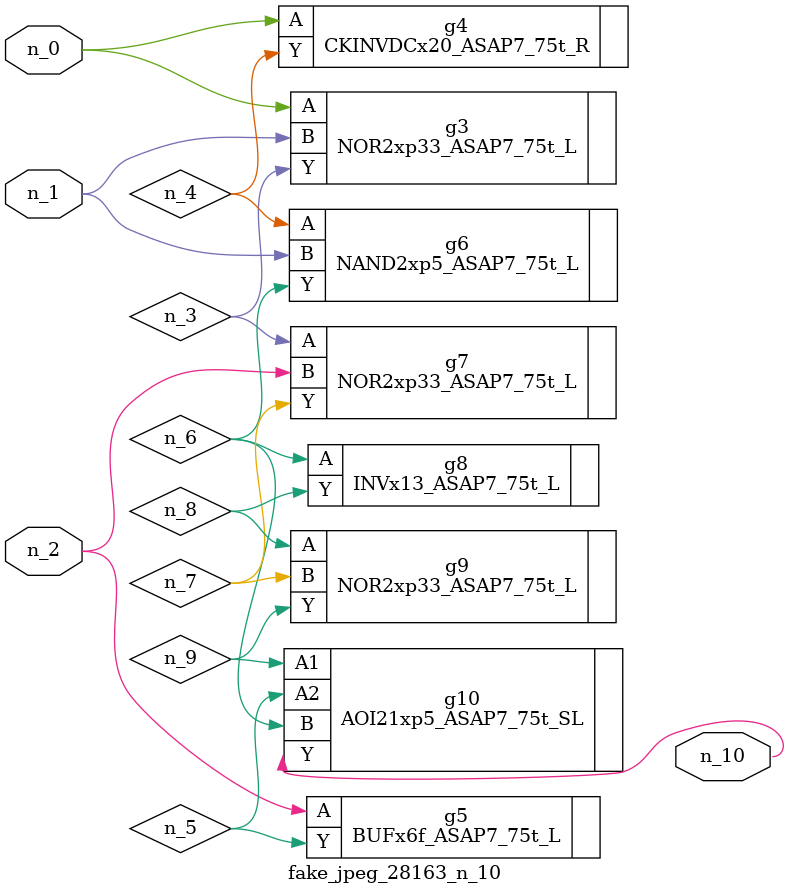
<source format=v>
module fake_jpeg_28163_n_10 (n_0, n_2, n_1, n_10);

input n_0;
input n_2;
input n_1;

output n_10;

wire n_3;
wire n_4;
wire n_8;
wire n_9;
wire n_6;
wire n_5;
wire n_7;

NOR2xp33_ASAP7_75t_L g3 ( 
.A(n_0),
.B(n_1),
.Y(n_3)
);

CKINVDCx20_ASAP7_75t_R g4 ( 
.A(n_0),
.Y(n_4)
);

BUFx6f_ASAP7_75t_L g5 ( 
.A(n_2),
.Y(n_5)
);

NAND2xp5_ASAP7_75t_L g6 ( 
.A(n_4),
.B(n_1),
.Y(n_6)
);

INVx13_ASAP7_75t_L g8 ( 
.A(n_6),
.Y(n_8)
);

NOR2xp33_ASAP7_75t_L g7 ( 
.A(n_3),
.B(n_2),
.Y(n_7)
);

NOR2xp33_ASAP7_75t_L g9 ( 
.A(n_8),
.B(n_7),
.Y(n_9)
);

AOI21xp5_ASAP7_75t_SL g10 ( 
.A1(n_9),
.A2(n_5),
.B(n_6),
.Y(n_10)
);


endmodule
</source>
